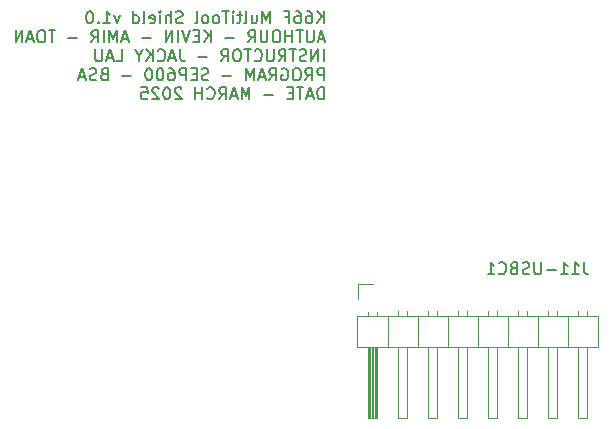
<source format=gbr>
%TF.GenerationSoftware,KiCad,Pcbnew,8.0.8*%
%TF.CreationDate,2025-03-25T01:40:29-04:00*%
%TF.ProjectId,SmartValvePCBv2,536d6172-7456-4616-9c76-655043427632,rev?*%
%TF.SameCoordinates,Original*%
%TF.FileFunction,Legend,Bot*%
%TF.FilePolarity,Positive*%
%FSLAX46Y46*%
G04 Gerber Fmt 4.6, Leading zero omitted, Abs format (unit mm)*
G04 Created by KiCad (PCBNEW 8.0.8) date 2025-03-25 01:40:29*
%MOMM*%
%LPD*%
G01*
G04 APERTURE LIST*
%ADD10C,0.150000*%
%ADD11C,0.120000*%
G04 APERTURE END LIST*
D10*
X163163220Y-72856043D02*
X163163220Y-71856043D01*
X162591792Y-72856043D02*
X163020363Y-72284614D01*
X162591792Y-71856043D02*
X163163220Y-72427471D01*
X161734649Y-71856043D02*
X161925125Y-71856043D01*
X161925125Y-71856043D02*
X162020363Y-71903662D01*
X162020363Y-71903662D02*
X162067982Y-71951281D01*
X162067982Y-71951281D02*
X162163220Y-72094138D01*
X162163220Y-72094138D02*
X162210839Y-72284614D01*
X162210839Y-72284614D02*
X162210839Y-72665566D01*
X162210839Y-72665566D02*
X162163220Y-72760804D01*
X162163220Y-72760804D02*
X162115601Y-72808424D01*
X162115601Y-72808424D02*
X162020363Y-72856043D01*
X162020363Y-72856043D02*
X161829887Y-72856043D01*
X161829887Y-72856043D02*
X161734649Y-72808424D01*
X161734649Y-72808424D02*
X161687030Y-72760804D01*
X161687030Y-72760804D02*
X161639411Y-72665566D01*
X161639411Y-72665566D02*
X161639411Y-72427471D01*
X161639411Y-72427471D02*
X161687030Y-72332233D01*
X161687030Y-72332233D02*
X161734649Y-72284614D01*
X161734649Y-72284614D02*
X161829887Y-72236995D01*
X161829887Y-72236995D02*
X162020363Y-72236995D01*
X162020363Y-72236995D02*
X162115601Y-72284614D01*
X162115601Y-72284614D02*
X162163220Y-72332233D01*
X162163220Y-72332233D02*
X162210839Y-72427471D01*
X160782268Y-71856043D02*
X160972744Y-71856043D01*
X160972744Y-71856043D02*
X161067982Y-71903662D01*
X161067982Y-71903662D02*
X161115601Y-71951281D01*
X161115601Y-71951281D02*
X161210839Y-72094138D01*
X161210839Y-72094138D02*
X161258458Y-72284614D01*
X161258458Y-72284614D02*
X161258458Y-72665566D01*
X161258458Y-72665566D02*
X161210839Y-72760804D01*
X161210839Y-72760804D02*
X161163220Y-72808424D01*
X161163220Y-72808424D02*
X161067982Y-72856043D01*
X161067982Y-72856043D02*
X160877506Y-72856043D01*
X160877506Y-72856043D02*
X160782268Y-72808424D01*
X160782268Y-72808424D02*
X160734649Y-72760804D01*
X160734649Y-72760804D02*
X160687030Y-72665566D01*
X160687030Y-72665566D02*
X160687030Y-72427471D01*
X160687030Y-72427471D02*
X160734649Y-72332233D01*
X160734649Y-72332233D02*
X160782268Y-72284614D01*
X160782268Y-72284614D02*
X160877506Y-72236995D01*
X160877506Y-72236995D02*
X161067982Y-72236995D01*
X161067982Y-72236995D02*
X161163220Y-72284614D01*
X161163220Y-72284614D02*
X161210839Y-72332233D01*
X161210839Y-72332233D02*
X161258458Y-72427471D01*
X159925125Y-72332233D02*
X160258458Y-72332233D01*
X160258458Y-72856043D02*
X160258458Y-71856043D01*
X160258458Y-71856043D02*
X159782268Y-71856043D01*
X158639410Y-72856043D02*
X158639410Y-71856043D01*
X158639410Y-71856043D02*
X158306077Y-72570328D01*
X158306077Y-72570328D02*
X157972744Y-71856043D01*
X157972744Y-71856043D02*
X157972744Y-72856043D01*
X157067982Y-72189376D02*
X157067982Y-72856043D01*
X157496553Y-72189376D02*
X157496553Y-72713185D01*
X157496553Y-72713185D02*
X157448934Y-72808424D01*
X157448934Y-72808424D02*
X157353696Y-72856043D01*
X157353696Y-72856043D02*
X157210839Y-72856043D01*
X157210839Y-72856043D02*
X157115601Y-72808424D01*
X157115601Y-72808424D02*
X157067982Y-72760804D01*
X156448934Y-72856043D02*
X156544172Y-72808424D01*
X156544172Y-72808424D02*
X156591791Y-72713185D01*
X156591791Y-72713185D02*
X156591791Y-71856043D01*
X156210838Y-72189376D02*
X155829886Y-72189376D01*
X156067981Y-71856043D02*
X156067981Y-72713185D01*
X156067981Y-72713185D02*
X156020362Y-72808424D01*
X156020362Y-72808424D02*
X155925124Y-72856043D01*
X155925124Y-72856043D02*
X155829886Y-72856043D01*
X155496552Y-72856043D02*
X155496552Y-72189376D01*
X155496552Y-71856043D02*
X155544171Y-71903662D01*
X155544171Y-71903662D02*
X155496552Y-71951281D01*
X155496552Y-71951281D02*
X155448933Y-71903662D01*
X155448933Y-71903662D02*
X155496552Y-71856043D01*
X155496552Y-71856043D02*
X155496552Y-71951281D01*
X155163219Y-71856043D02*
X154591791Y-71856043D01*
X154877505Y-72856043D02*
X154877505Y-71856043D01*
X154115600Y-72856043D02*
X154210838Y-72808424D01*
X154210838Y-72808424D02*
X154258457Y-72760804D01*
X154258457Y-72760804D02*
X154306076Y-72665566D01*
X154306076Y-72665566D02*
X154306076Y-72379852D01*
X154306076Y-72379852D02*
X154258457Y-72284614D01*
X154258457Y-72284614D02*
X154210838Y-72236995D01*
X154210838Y-72236995D02*
X154115600Y-72189376D01*
X154115600Y-72189376D02*
X153972743Y-72189376D01*
X153972743Y-72189376D02*
X153877505Y-72236995D01*
X153877505Y-72236995D02*
X153829886Y-72284614D01*
X153829886Y-72284614D02*
X153782267Y-72379852D01*
X153782267Y-72379852D02*
X153782267Y-72665566D01*
X153782267Y-72665566D02*
X153829886Y-72760804D01*
X153829886Y-72760804D02*
X153877505Y-72808424D01*
X153877505Y-72808424D02*
X153972743Y-72856043D01*
X153972743Y-72856043D02*
X154115600Y-72856043D01*
X153210838Y-72856043D02*
X153306076Y-72808424D01*
X153306076Y-72808424D02*
X153353695Y-72760804D01*
X153353695Y-72760804D02*
X153401314Y-72665566D01*
X153401314Y-72665566D02*
X153401314Y-72379852D01*
X153401314Y-72379852D02*
X153353695Y-72284614D01*
X153353695Y-72284614D02*
X153306076Y-72236995D01*
X153306076Y-72236995D02*
X153210838Y-72189376D01*
X153210838Y-72189376D02*
X153067981Y-72189376D01*
X153067981Y-72189376D02*
X152972743Y-72236995D01*
X152972743Y-72236995D02*
X152925124Y-72284614D01*
X152925124Y-72284614D02*
X152877505Y-72379852D01*
X152877505Y-72379852D02*
X152877505Y-72665566D01*
X152877505Y-72665566D02*
X152925124Y-72760804D01*
X152925124Y-72760804D02*
X152972743Y-72808424D01*
X152972743Y-72808424D02*
X153067981Y-72856043D01*
X153067981Y-72856043D02*
X153210838Y-72856043D01*
X152306076Y-72856043D02*
X152401314Y-72808424D01*
X152401314Y-72808424D02*
X152448933Y-72713185D01*
X152448933Y-72713185D02*
X152448933Y-71856043D01*
X151210837Y-72808424D02*
X151067980Y-72856043D01*
X151067980Y-72856043D02*
X150829885Y-72856043D01*
X150829885Y-72856043D02*
X150734647Y-72808424D01*
X150734647Y-72808424D02*
X150687028Y-72760804D01*
X150687028Y-72760804D02*
X150639409Y-72665566D01*
X150639409Y-72665566D02*
X150639409Y-72570328D01*
X150639409Y-72570328D02*
X150687028Y-72475090D01*
X150687028Y-72475090D02*
X150734647Y-72427471D01*
X150734647Y-72427471D02*
X150829885Y-72379852D01*
X150829885Y-72379852D02*
X151020361Y-72332233D01*
X151020361Y-72332233D02*
X151115599Y-72284614D01*
X151115599Y-72284614D02*
X151163218Y-72236995D01*
X151163218Y-72236995D02*
X151210837Y-72141757D01*
X151210837Y-72141757D02*
X151210837Y-72046519D01*
X151210837Y-72046519D02*
X151163218Y-71951281D01*
X151163218Y-71951281D02*
X151115599Y-71903662D01*
X151115599Y-71903662D02*
X151020361Y-71856043D01*
X151020361Y-71856043D02*
X150782266Y-71856043D01*
X150782266Y-71856043D02*
X150639409Y-71903662D01*
X150210837Y-72856043D02*
X150210837Y-71856043D01*
X149782266Y-72856043D02*
X149782266Y-72332233D01*
X149782266Y-72332233D02*
X149829885Y-72236995D01*
X149829885Y-72236995D02*
X149925123Y-72189376D01*
X149925123Y-72189376D02*
X150067980Y-72189376D01*
X150067980Y-72189376D02*
X150163218Y-72236995D01*
X150163218Y-72236995D02*
X150210837Y-72284614D01*
X149306075Y-72856043D02*
X149306075Y-72189376D01*
X149306075Y-71856043D02*
X149353694Y-71903662D01*
X149353694Y-71903662D02*
X149306075Y-71951281D01*
X149306075Y-71951281D02*
X149258456Y-71903662D01*
X149258456Y-71903662D02*
X149306075Y-71856043D01*
X149306075Y-71856043D02*
X149306075Y-71951281D01*
X148448933Y-72808424D02*
X148544171Y-72856043D01*
X148544171Y-72856043D02*
X148734647Y-72856043D01*
X148734647Y-72856043D02*
X148829885Y-72808424D01*
X148829885Y-72808424D02*
X148877504Y-72713185D01*
X148877504Y-72713185D02*
X148877504Y-72332233D01*
X148877504Y-72332233D02*
X148829885Y-72236995D01*
X148829885Y-72236995D02*
X148734647Y-72189376D01*
X148734647Y-72189376D02*
X148544171Y-72189376D01*
X148544171Y-72189376D02*
X148448933Y-72236995D01*
X148448933Y-72236995D02*
X148401314Y-72332233D01*
X148401314Y-72332233D02*
X148401314Y-72427471D01*
X148401314Y-72427471D02*
X148877504Y-72522709D01*
X147829885Y-72856043D02*
X147925123Y-72808424D01*
X147925123Y-72808424D02*
X147972742Y-72713185D01*
X147972742Y-72713185D02*
X147972742Y-71856043D01*
X147020361Y-72856043D02*
X147020361Y-71856043D01*
X147020361Y-72808424D02*
X147115599Y-72856043D01*
X147115599Y-72856043D02*
X147306075Y-72856043D01*
X147306075Y-72856043D02*
X147401313Y-72808424D01*
X147401313Y-72808424D02*
X147448932Y-72760804D01*
X147448932Y-72760804D02*
X147496551Y-72665566D01*
X147496551Y-72665566D02*
X147496551Y-72379852D01*
X147496551Y-72379852D02*
X147448932Y-72284614D01*
X147448932Y-72284614D02*
X147401313Y-72236995D01*
X147401313Y-72236995D02*
X147306075Y-72189376D01*
X147306075Y-72189376D02*
X147115599Y-72189376D01*
X147115599Y-72189376D02*
X147020361Y-72236995D01*
X145877503Y-72189376D02*
X145639408Y-72856043D01*
X145639408Y-72856043D02*
X145401313Y-72189376D01*
X144496551Y-72856043D02*
X145067979Y-72856043D01*
X144782265Y-72856043D02*
X144782265Y-71856043D01*
X144782265Y-71856043D02*
X144877503Y-71998900D01*
X144877503Y-71998900D02*
X144972741Y-72094138D01*
X144972741Y-72094138D02*
X145067979Y-72141757D01*
X144067979Y-72760804D02*
X144020360Y-72808424D01*
X144020360Y-72808424D02*
X144067979Y-72856043D01*
X144067979Y-72856043D02*
X144115598Y-72808424D01*
X144115598Y-72808424D02*
X144067979Y-72760804D01*
X144067979Y-72760804D02*
X144067979Y-72856043D01*
X143401313Y-71856043D02*
X143306075Y-71856043D01*
X143306075Y-71856043D02*
X143210837Y-71903662D01*
X143210837Y-71903662D02*
X143163218Y-71951281D01*
X143163218Y-71951281D02*
X143115599Y-72046519D01*
X143115599Y-72046519D02*
X143067980Y-72236995D01*
X143067980Y-72236995D02*
X143067980Y-72475090D01*
X143067980Y-72475090D02*
X143115599Y-72665566D01*
X143115599Y-72665566D02*
X143163218Y-72760804D01*
X143163218Y-72760804D02*
X143210837Y-72808424D01*
X143210837Y-72808424D02*
X143306075Y-72856043D01*
X143306075Y-72856043D02*
X143401313Y-72856043D01*
X143401313Y-72856043D02*
X143496551Y-72808424D01*
X143496551Y-72808424D02*
X143544170Y-72760804D01*
X143544170Y-72760804D02*
X143591789Y-72665566D01*
X143591789Y-72665566D02*
X143639408Y-72475090D01*
X143639408Y-72475090D02*
X143639408Y-72236995D01*
X143639408Y-72236995D02*
X143591789Y-72046519D01*
X143591789Y-72046519D02*
X143544170Y-71951281D01*
X143544170Y-71951281D02*
X143496551Y-71903662D01*
X143496551Y-71903662D02*
X143401313Y-71856043D01*
X163210839Y-74180272D02*
X162734649Y-74180272D01*
X163306077Y-74465987D02*
X162972744Y-73465987D01*
X162972744Y-73465987D02*
X162639411Y-74465987D01*
X162306077Y-73465987D02*
X162306077Y-74275510D01*
X162306077Y-74275510D02*
X162258458Y-74370748D01*
X162258458Y-74370748D02*
X162210839Y-74418368D01*
X162210839Y-74418368D02*
X162115601Y-74465987D01*
X162115601Y-74465987D02*
X161925125Y-74465987D01*
X161925125Y-74465987D02*
X161829887Y-74418368D01*
X161829887Y-74418368D02*
X161782268Y-74370748D01*
X161782268Y-74370748D02*
X161734649Y-74275510D01*
X161734649Y-74275510D02*
X161734649Y-73465987D01*
X161401315Y-73465987D02*
X160829887Y-73465987D01*
X161115601Y-74465987D02*
X161115601Y-73465987D01*
X160496553Y-74465987D02*
X160496553Y-73465987D01*
X160496553Y-73942177D02*
X159925125Y-73942177D01*
X159925125Y-74465987D02*
X159925125Y-73465987D01*
X159258458Y-73465987D02*
X159067982Y-73465987D01*
X159067982Y-73465987D02*
X158972744Y-73513606D01*
X158972744Y-73513606D02*
X158877506Y-73608844D01*
X158877506Y-73608844D02*
X158829887Y-73799320D01*
X158829887Y-73799320D02*
X158829887Y-74132653D01*
X158829887Y-74132653D02*
X158877506Y-74323129D01*
X158877506Y-74323129D02*
X158972744Y-74418368D01*
X158972744Y-74418368D02*
X159067982Y-74465987D01*
X159067982Y-74465987D02*
X159258458Y-74465987D01*
X159258458Y-74465987D02*
X159353696Y-74418368D01*
X159353696Y-74418368D02*
X159448934Y-74323129D01*
X159448934Y-74323129D02*
X159496553Y-74132653D01*
X159496553Y-74132653D02*
X159496553Y-73799320D01*
X159496553Y-73799320D02*
X159448934Y-73608844D01*
X159448934Y-73608844D02*
X159353696Y-73513606D01*
X159353696Y-73513606D02*
X159258458Y-73465987D01*
X158401315Y-73465987D02*
X158401315Y-74275510D01*
X158401315Y-74275510D02*
X158353696Y-74370748D01*
X158353696Y-74370748D02*
X158306077Y-74418368D01*
X158306077Y-74418368D02*
X158210839Y-74465987D01*
X158210839Y-74465987D02*
X158020363Y-74465987D01*
X158020363Y-74465987D02*
X157925125Y-74418368D01*
X157925125Y-74418368D02*
X157877506Y-74370748D01*
X157877506Y-74370748D02*
X157829887Y-74275510D01*
X157829887Y-74275510D02*
X157829887Y-73465987D01*
X156782268Y-74465987D02*
X157115601Y-73989796D01*
X157353696Y-74465987D02*
X157353696Y-73465987D01*
X157353696Y-73465987D02*
X156972744Y-73465987D01*
X156972744Y-73465987D02*
X156877506Y-73513606D01*
X156877506Y-73513606D02*
X156829887Y-73561225D01*
X156829887Y-73561225D02*
X156782268Y-73656463D01*
X156782268Y-73656463D02*
X156782268Y-73799320D01*
X156782268Y-73799320D02*
X156829887Y-73894558D01*
X156829887Y-73894558D02*
X156877506Y-73942177D01*
X156877506Y-73942177D02*
X156972744Y-73989796D01*
X156972744Y-73989796D02*
X157353696Y-73989796D01*
X155591791Y-74085034D02*
X154829887Y-74085034D01*
X153591791Y-74465987D02*
X153591791Y-73465987D01*
X153020363Y-74465987D02*
X153448934Y-73894558D01*
X153020363Y-73465987D02*
X153591791Y-74037415D01*
X152591791Y-73942177D02*
X152258458Y-73942177D01*
X152115601Y-74465987D02*
X152591791Y-74465987D01*
X152591791Y-74465987D02*
X152591791Y-73465987D01*
X152591791Y-73465987D02*
X152115601Y-73465987D01*
X151829886Y-73465987D02*
X151496553Y-74465987D01*
X151496553Y-74465987D02*
X151163220Y-73465987D01*
X150829886Y-74465987D02*
X150829886Y-73465987D01*
X150353696Y-74465987D02*
X150353696Y-73465987D01*
X150353696Y-73465987D02*
X149782268Y-74465987D01*
X149782268Y-74465987D02*
X149782268Y-73465987D01*
X148544172Y-74085034D02*
X147782268Y-74085034D01*
X146591791Y-74180272D02*
X146115601Y-74180272D01*
X146687029Y-74465987D02*
X146353696Y-73465987D01*
X146353696Y-73465987D02*
X146020363Y-74465987D01*
X145687029Y-74465987D02*
X145687029Y-73465987D01*
X145687029Y-73465987D02*
X145353696Y-74180272D01*
X145353696Y-74180272D02*
X145020363Y-73465987D01*
X145020363Y-73465987D02*
X145020363Y-74465987D01*
X144544172Y-74465987D02*
X144544172Y-73465987D01*
X143496554Y-74465987D02*
X143829887Y-73989796D01*
X144067982Y-74465987D02*
X144067982Y-73465987D01*
X144067982Y-73465987D02*
X143687030Y-73465987D01*
X143687030Y-73465987D02*
X143591792Y-73513606D01*
X143591792Y-73513606D02*
X143544173Y-73561225D01*
X143544173Y-73561225D02*
X143496554Y-73656463D01*
X143496554Y-73656463D02*
X143496554Y-73799320D01*
X143496554Y-73799320D02*
X143544173Y-73894558D01*
X143544173Y-73894558D02*
X143591792Y-73942177D01*
X143591792Y-73942177D02*
X143687030Y-73989796D01*
X143687030Y-73989796D02*
X144067982Y-73989796D01*
X142306077Y-74085034D02*
X141544173Y-74085034D01*
X140448934Y-73465987D02*
X139877506Y-73465987D01*
X140163220Y-74465987D02*
X140163220Y-73465987D01*
X139353696Y-73465987D02*
X139163220Y-73465987D01*
X139163220Y-73465987D02*
X139067982Y-73513606D01*
X139067982Y-73513606D02*
X138972744Y-73608844D01*
X138972744Y-73608844D02*
X138925125Y-73799320D01*
X138925125Y-73799320D02*
X138925125Y-74132653D01*
X138925125Y-74132653D02*
X138972744Y-74323129D01*
X138972744Y-74323129D02*
X139067982Y-74418368D01*
X139067982Y-74418368D02*
X139163220Y-74465987D01*
X139163220Y-74465987D02*
X139353696Y-74465987D01*
X139353696Y-74465987D02*
X139448934Y-74418368D01*
X139448934Y-74418368D02*
X139544172Y-74323129D01*
X139544172Y-74323129D02*
X139591791Y-74132653D01*
X139591791Y-74132653D02*
X139591791Y-73799320D01*
X139591791Y-73799320D02*
X139544172Y-73608844D01*
X139544172Y-73608844D02*
X139448934Y-73513606D01*
X139448934Y-73513606D02*
X139353696Y-73465987D01*
X138544172Y-74180272D02*
X138067982Y-74180272D01*
X138639410Y-74465987D02*
X138306077Y-73465987D01*
X138306077Y-73465987D02*
X137972744Y-74465987D01*
X137639410Y-74465987D02*
X137639410Y-73465987D01*
X137639410Y-73465987D02*
X137067982Y-74465987D01*
X137067982Y-74465987D02*
X137067982Y-73465987D01*
X163163220Y-76075931D02*
X163163220Y-75075931D01*
X162687030Y-76075931D02*
X162687030Y-75075931D01*
X162687030Y-75075931D02*
X162115602Y-76075931D01*
X162115602Y-76075931D02*
X162115602Y-75075931D01*
X161687030Y-76028312D02*
X161544173Y-76075931D01*
X161544173Y-76075931D02*
X161306078Y-76075931D01*
X161306078Y-76075931D02*
X161210840Y-76028312D01*
X161210840Y-76028312D02*
X161163221Y-75980692D01*
X161163221Y-75980692D02*
X161115602Y-75885454D01*
X161115602Y-75885454D02*
X161115602Y-75790216D01*
X161115602Y-75790216D02*
X161163221Y-75694978D01*
X161163221Y-75694978D02*
X161210840Y-75647359D01*
X161210840Y-75647359D02*
X161306078Y-75599740D01*
X161306078Y-75599740D02*
X161496554Y-75552121D01*
X161496554Y-75552121D02*
X161591792Y-75504502D01*
X161591792Y-75504502D02*
X161639411Y-75456883D01*
X161639411Y-75456883D02*
X161687030Y-75361645D01*
X161687030Y-75361645D02*
X161687030Y-75266407D01*
X161687030Y-75266407D02*
X161639411Y-75171169D01*
X161639411Y-75171169D02*
X161591792Y-75123550D01*
X161591792Y-75123550D02*
X161496554Y-75075931D01*
X161496554Y-75075931D02*
X161258459Y-75075931D01*
X161258459Y-75075931D02*
X161115602Y-75123550D01*
X160829887Y-75075931D02*
X160258459Y-75075931D01*
X160544173Y-76075931D02*
X160544173Y-75075931D01*
X159353697Y-76075931D02*
X159687030Y-75599740D01*
X159925125Y-76075931D02*
X159925125Y-75075931D01*
X159925125Y-75075931D02*
X159544173Y-75075931D01*
X159544173Y-75075931D02*
X159448935Y-75123550D01*
X159448935Y-75123550D02*
X159401316Y-75171169D01*
X159401316Y-75171169D02*
X159353697Y-75266407D01*
X159353697Y-75266407D02*
X159353697Y-75409264D01*
X159353697Y-75409264D02*
X159401316Y-75504502D01*
X159401316Y-75504502D02*
X159448935Y-75552121D01*
X159448935Y-75552121D02*
X159544173Y-75599740D01*
X159544173Y-75599740D02*
X159925125Y-75599740D01*
X158925125Y-75075931D02*
X158925125Y-75885454D01*
X158925125Y-75885454D02*
X158877506Y-75980692D01*
X158877506Y-75980692D02*
X158829887Y-76028312D01*
X158829887Y-76028312D02*
X158734649Y-76075931D01*
X158734649Y-76075931D02*
X158544173Y-76075931D01*
X158544173Y-76075931D02*
X158448935Y-76028312D01*
X158448935Y-76028312D02*
X158401316Y-75980692D01*
X158401316Y-75980692D02*
X158353697Y-75885454D01*
X158353697Y-75885454D02*
X158353697Y-75075931D01*
X157306078Y-75980692D02*
X157353697Y-76028312D01*
X157353697Y-76028312D02*
X157496554Y-76075931D01*
X157496554Y-76075931D02*
X157591792Y-76075931D01*
X157591792Y-76075931D02*
X157734649Y-76028312D01*
X157734649Y-76028312D02*
X157829887Y-75933073D01*
X157829887Y-75933073D02*
X157877506Y-75837835D01*
X157877506Y-75837835D02*
X157925125Y-75647359D01*
X157925125Y-75647359D02*
X157925125Y-75504502D01*
X157925125Y-75504502D02*
X157877506Y-75314026D01*
X157877506Y-75314026D02*
X157829887Y-75218788D01*
X157829887Y-75218788D02*
X157734649Y-75123550D01*
X157734649Y-75123550D02*
X157591792Y-75075931D01*
X157591792Y-75075931D02*
X157496554Y-75075931D01*
X157496554Y-75075931D02*
X157353697Y-75123550D01*
X157353697Y-75123550D02*
X157306078Y-75171169D01*
X157020363Y-75075931D02*
X156448935Y-75075931D01*
X156734649Y-76075931D02*
X156734649Y-75075931D01*
X155925125Y-75075931D02*
X155734649Y-75075931D01*
X155734649Y-75075931D02*
X155639411Y-75123550D01*
X155639411Y-75123550D02*
X155544173Y-75218788D01*
X155544173Y-75218788D02*
X155496554Y-75409264D01*
X155496554Y-75409264D02*
X155496554Y-75742597D01*
X155496554Y-75742597D02*
X155544173Y-75933073D01*
X155544173Y-75933073D02*
X155639411Y-76028312D01*
X155639411Y-76028312D02*
X155734649Y-76075931D01*
X155734649Y-76075931D02*
X155925125Y-76075931D01*
X155925125Y-76075931D02*
X156020363Y-76028312D01*
X156020363Y-76028312D02*
X156115601Y-75933073D01*
X156115601Y-75933073D02*
X156163220Y-75742597D01*
X156163220Y-75742597D02*
X156163220Y-75409264D01*
X156163220Y-75409264D02*
X156115601Y-75218788D01*
X156115601Y-75218788D02*
X156020363Y-75123550D01*
X156020363Y-75123550D02*
X155925125Y-75075931D01*
X154496554Y-76075931D02*
X154829887Y-75599740D01*
X155067982Y-76075931D02*
X155067982Y-75075931D01*
X155067982Y-75075931D02*
X154687030Y-75075931D01*
X154687030Y-75075931D02*
X154591792Y-75123550D01*
X154591792Y-75123550D02*
X154544173Y-75171169D01*
X154544173Y-75171169D02*
X154496554Y-75266407D01*
X154496554Y-75266407D02*
X154496554Y-75409264D01*
X154496554Y-75409264D02*
X154544173Y-75504502D01*
X154544173Y-75504502D02*
X154591792Y-75552121D01*
X154591792Y-75552121D02*
X154687030Y-75599740D01*
X154687030Y-75599740D02*
X155067982Y-75599740D01*
X153306077Y-75694978D02*
X152544173Y-75694978D01*
X151020363Y-75075931D02*
X151020363Y-75790216D01*
X151020363Y-75790216D02*
X151067982Y-75933073D01*
X151067982Y-75933073D02*
X151163220Y-76028312D01*
X151163220Y-76028312D02*
X151306077Y-76075931D01*
X151306077Y-76075931D02*
X151401315Y-76075931D01*
X150591791Y-75790216D02*
X150115601Y-75790216D01*
X150687029Y-76075931D02*
X150353696Y-75075931D01*
X150353696Y-75075931D02*
X150020363Y-76075931D01*
X149115601Y-75980692D02*
X149163220Y-76028312D01*
X149163220Y-76028312D02*
X149306077Y-76075931D01*
X149306077Y-76075931D02*
X149401315Y-76075931D01*
X149401315Y-76075931D02*
X149544172Y-76028312D01*
X149544172Y-76028312D02*
X149639410Y-75933073D01*
X149639410Y-75933073D02*
X149687029Y-75837835D01*
X149687029Y-75837835D02*
X149734648Y-75647359D01*
X149734648Y-75647359D02*
X149734648Y-75504502D01*
X149734648Y-75504502D02*
X149687029Y-75314026D01*
X149687029Y-75314026D02*
X149639410Y-75218788D01*
X149639410Y-75218788D02*
X149544172Y-75123550D01*
X149544172Y-75123550D02*
X149401315Y-75075931D01*
X149401315Y-75075931D02*
X149306077Y-75075931D01*
X149306077Y-75075931D02*
X149163220Y-75123550D01*
X149163220Y-75123550D02*
X149115601Y-75171169D01*
X148687029Y-76075931D02*
X148687029Y-75075931D01*
X148115601Y-76075931D02*
X148544172Y-75504502D01*
X148115601Y-75075931D02*
X148687029Y-75647359D01*
X147496553Y-75599740D02*
X147496553Y-76075931D01*
X147829886Y-75075931D02*
X147496553Y-75599740D01*
X147496553Y-75599740D02*
X147163220Y-75075931D01*
X145591791Y-76075931D02*
X146067981Y-76075931D01*
X146067981Y-76075931D02*
X146067981Y-75075931D01*
X145306076Y-75790216D02*
X144829886Y-75790216D01*
X145401314Y-76075931D02*
X145067981Y-75075931D01*
X145067981Y-75075931D02*
X144734648Y-76075931D01*
X144401314Y-75075931D02*
X144401314Y-75885454D01*
X144401314Y-75885454D02*
X144353695Y-75980692D01*
X144353695Y-75980692D02*
X144306076Y-76028312D01*
X144306076Y-76028312D02*
X144210838Y-76075931D01*
X144210838Y-76075931D02*
X144020362Y-76075931D01*
X144020362Y-76075931D02*
X143925124Y-76028312D01*
X143925124Y-76028312D02*
X143877505Y-75980692D01*
X143877505Y-75980692D02*
X143829886Y-75885454D01*
X143829886Y-75885454D02*
X143829886Y-75075931D01*
X163163220Y-77685875D02*
X163163220Y-76685875D01*
X163163220Y-76685875D02*
X162782268Y-76685875D01*
X162782268Y-76685875D02*
X162687030Y-76733494D01*
X162687030Y-76733494D02*
X162639411Y-76781113D01*
X162639411Y-76781113D02*
X162591792Y-76876351D01*
X162591792Y-76876351D02*
X162591792Y-77019208D01*
X162591792Y-77019208D02*
X162639411Y-77114446D01*
X162639411Y-77114446D02*
X162687030Y-77162065D01*
X162687030Y-77162065D02*
X162782268Y-77209684D01*
X162782268Y-77209684D02*
X163163220Y-77209684D01*
X161591792Y-77685875D02*
X161925125Y-77209684D01*
X162163220Y-77685875D02*
X162163220Y-76685875D01*
X162163220Y-76685875D02*
X161782268Y-76685875D01*
X161782268Y-76685875D02*
X161687030Y-76733494D01*
X161687030Y-76733494D02*
X161639411Y-76781113D01*
X161639411Y-76781113D02*
X161591792Y-76876351D01*
X161591792Y-76876351D02*
X161591792Y-77019208D01*
X161591792Y-77019208D02*
X161639411Y-77114446D01*
X161639411Y-77114446D02*
X161687030Y-77162065D01*
X161687030Y-77162065D02*
X161782268Y-77209684D01*
X161782268Y-77209684D02*
X162163220Y-77209684D01*
X160972744Y-76685875D02*
X160782268Y-76685875D01*
X160782268Y-76685875D02*
X160687030Y-76733494D01*
X160687030Y-76733494D02*
X160591792Y-76828732D01*
X160591792Y-76828732D02*
X160544173Y-77019208D01*
X160544173Y-77019208D02*
X160544173Y-77352541D01*
X160544173Y-77352541D02*
X160591792Y-77543017D01*
X160591792Y-77543017D02*
X160687030Y-77638256D01*
X160687030Y-77638256D02*
X160782268Y-77685875D01*
X160782268Y-77685875D02*
X160972744Y-77685875D01*
X160972744Y-77685875D02*
X161067982Y-77638256D01*
X161067982Y-77638256D02*
X161163220Y-77543017D01*
X161163220Y-77543017D02*
X161210839Y-77352541D01*
X161210839Y-77352541D02*
X161210839Y-77019208D01*
X161210839Y-77019208D02*
X161163220Y-76828732D01*
X161163220Y-76828732D02*
X161067982Y-76733494D01*
X161067982Y-76733494D02*
X160972744Y-76685875D01*
X159591792Y-76733494D02*
X159687030Y-76685875D01*
X159687030Y-76685875D02*
X159829887Y-76685875D01*
X159829887Y-76685875D02*
X159972744Y-76733494D01*
X159972744Y-76733494D02*
X160067982Y-76828732D01*
X160067982Y-76828732D02*
X160115601Y-76923970D01*
X160115601Y-76923970D02*
X160163220Y-77114446D01*
X160163220Y-77114446D02*
X160163220Y-77257303D01*
X160163220Y-77257303D02*
X160115601Y-77447779D01*
X160115601Y-77447779D02*
X160067982Y-77543017D01*
X160067982Y-77543017D02*
X159972744Y-77638256D01*
X159972744Y-77638256D02*
X159829887Y-77685875D01*
X159829887Y-77685875D02*
X159734649Y-77685875D01*
X159734649Y-77685875D02*
X159591792Y-77638256D01*
X159591792Y-77638256D02*
X159544173Y-77590636D01*
X159544173Y-77590636D02*
X159544173Y-77257303D01*
X159544173Y-77257303D02*
X159734649Y-77257303D01*
X158544173Y-77685875D02*
X158877506Y-77209684D01*
X159115601Y-77685875D02*
X159115601Y-76685875D01*
X159115601Y-76685875D02*
X158734649Y-76685875D01*
X158734649Y-76685875D02*
X158639411Y-76733494D01*
X158639411Y-76733494D02*
X158591792Y-76781113D01*
X158591792Y-76781113D02*
X158544173Y-76876351D01*
X158544173Y-76876351D02*
X158544173Y-77019208D01*
X158544173Y-77019208D02*
X158591792Y-77114446D01*
X158591792Y-77114446D02*
X158639411Y-77162065D01*
X158639411Y-77162065D02*
X158734649Y-77209684D01*
X158734649Y-77209684D02*
X159115601Y-77209684D01*
X158163220Y-77400160D02*
X157687030Y-77400160D01*
X158258458Y-77685875D02*
X157925125Y-76685875D01*
X157925125Y-76685875D02*
X157591792Y-77685875D01*
X157258458Y-77685875D02*
X157258458Y-76685875D01*
X157258458Y-76685875D02*
X156925125Y-77400160D01*
X156925125Y-77400160D02*
X156591792Y-76685875D01*
X156591792Y-76685875D02*
X156591792Y-77685875D01*
X155353696Y-77304922D02*
X154591792Y-77304922D01*
X153401315Y-77638256D02*
X153258458Y-77685875D01*
X153258458Y-77685875D02*
X153020363Y-77685875D01*
X153020363Y-77685875D02*
X152925125Y-77638256D01*
X152925125Y-77638256D02*
X152877506Y-77590636D01*
X152877506Y-77590636D02*
X152829887Y-77495398D01*
X152829887Y-77495398D02*
X152829887Y-77400160D01*
X152829887Y-77400160D02*
X152877506Y-77304922D01*
X152877506Y-77304922D02*
X152925125Y-77257303D01*
X152925125Y-77257303D02*
X153020363Y-77209684D01*
X153020363Y-77209684D02*
X153210839Y-77162065D01*
X153210839Y-77162065D02*
X153306077Y-77114446D01*
X153306077Y-77114446D02*
X153353696Y-77066827D01*
X153353696Y-77066827D02*
X153401315Y-76971589D01*
X153401315Y-76971589D02*
X153401315Y-76876351D01*
X153401315Y-76876351D02*
X153353696Y-76781113D01*
X153353696Y-76781113D02*
X153306077Y-76733494D01*
X153306077Y-76733494D02*
X153210839Y-76685875D01*
X153210839Y-76685875D02*
X152972744Y-76685875D01*
X152972744Y-76685875D02*
X152829887Y-76733494D01*
X152401315Y-77162065D02*
X152067982Y-77162065D01*
X151925125Y-77685875D02*
X152401315Y-77685875D01*
X152401315Y-77685875D02*
X152401315Y-76685875D01*
X152401315Y-76685875D02*
X151925125Y-76685875D01*
X151496553Y-77685875D02*
X151496553Y-76685875D01*
X151496553Y-76685875D02*
X151115601Y-76685875D01*
X151115601Y-76685875D02*
X151020363Y-76733494D01*
X151020363Y-76733494D02*
X150972744Y-76781113D01*
X150972744Y-76781113D02*
X150925125Y-76876351D01*
X150925125Y-76876351D02*
X150925125Y-77019208D01*
X150925125Y-77019208D02*
X150972744Y-77114446D01*
X150972744Y-77114446D02*
X151020363Y-77162065D01*
X151020363Y-77162065D02*
X151115601Y-77209684D01*
X151115601Y-77209684D02*
X151496553Y-77209684D01*
X150067982Y-76685875D02*
X150258458Y-76685875D01*
X150258458Y-76685875D02*
X150353696Y-76733494D01*
X150353696Y-76733494D02*
X150401315Y-76781113D01*
X150401315Y-76781113D02*
X150496553Y-76923970D01*
X150496553Y-76923970D02*
X150544172Y-77114446D01*
X150544172Y-77114446D02*
X150544172Y-77495398D01*
X150544172Y-77495398D02*
X150496553Y-77590636D01*
X150496553Y-77590636D02*
X150448934Y-77638256D01*
X150448934Y-77638256D02*
X150353696Y-77685875D01*
X150353696Y-77685875D02*
X150163220Y-77685875D01*
X150163220Y-77685875D02*
X150067982Y-77638256D01*
X150067982Y-77638256D02*
X150020363Y-77590636D01*
X150020363Y-77590636D02*
X149972744Y-77495398D01*
X149972744Y-77495398D02*
X149972744Y-77257303D01*
X149972744Y-77257303D02*
X150020363Y-77162065D01*
X150020363Y-77162065D02*
X150067982Y-77114446D01*
X150067982Y-77114446D02*
X150163220Y-77066827D01*
X150163220Y-77066827D02*
X150353696Y-77066827D01*
X150353696Y-77066827D02*
X150448934Y-77114446D01*
X150448934Y-77114446D02*
X150496553Y-77162065D01*
X150496553Y-77162065D02*
X150544172Y-77257303D01*
X149353696Y-76685875D02*
X149258458Y-76685875D01*
X149258458Y-76685875D02*
X149163220Y-76733494D01*
X149163220Y-76733494D02*
X149115601Y-76781113D01*
X149115601Y-76781113D02*
X149067982Y-76876351D01*
X149067982Y-76876351D02*
X149020363Y-77066827D01*
X149020363Y-77066827D02*
X149020363Y-77304922D01*
X149020363Y-77304922D02*
X149067982Y-77495398D01*
X149067982Y-77495398D02*
X149115601Y-77590636D01*
X149115601Y-77590636D02*
X149163220Y-77638256D01*
X149163220Y-77638256D02*
X149258458Y-77685875D01*
X149258458Y-77685875D02*
X149353696Y-77685875D01*
X149353696Y-77685875D02*
X149448934Y-77638256D01*
X149448934Y-77638256D02*
X149496553Y-77590636D01*
X149496553Y-77590636D02*
X149544172Y-77495398D01*
X149544172Y-77495398D02*
X149591791Y-77304922D01*
X149591791Y-77304922D02*
X149591791Y-77066827D01*
X149591791Y-77066827D02*
X149544172Y-76876351D01*
X149544172Y-76876351D02*
X149496553Y-76781113D01*
X149496553Y-76781113D02*
X149448934Y-76733494D01*
X149448934Y-76733494D02*
X149353696Y-76685875D01*
X148401315Y-76685875D02*
X148306077Y-76685875D01*
X148306077Y-76685875D02*
X148210839Y-76733494D01*
X148210839Y-76733494D02*
X148163220Y-76781113D01*
X148163220Y-76781113D02*
X148115601Y-76876351D01*
X148115601Y-76876351D02*
X148067982Y-77066827D01*
X148067982Y-77066827D02*
X148067982Y-77304922D01*
X148067982Y-77304922D02*
X148115601Y-77495398D01*
X148115601Y-77495398D02*
X148163220Y-77590636D01*
X148163220Y-77590636D02*
X148210839Y-77638256D01*
X148210839Y-77638256D02*
X148306077Y-77685875D01*
X148306077Y-77685875D02*
X148401315Y-77685875D01*
X148401315Y-77685875D02*
X148496553Y-77638256D01*
X148496553Y-77638256D02*
X148544172Y-77590636D01*
X148544172Y-77590636D02*
X148591791Y-77495398D01*
X148591791Y-77495398D02*
X148639410Y-77304922D01*
X148639410Y-77304922D02*
X148639410Y-77066827D01*
X148639410Y-77066827D02*
X148591791Y-76876351D01*
X148591791Y-76876351D02*
X148544172Y-76781113D01*
X148544172Y-76781113D02*
X148496553Y-76733494D01*
X148496553Y-76733494D02*
X148401315Y-76685875D01*
X146877505Y-77304922D02*
X146115601Y-77304922D01*
X144544172Y-77162065D02*
X144401315Y-77209684D01*
X144401315Y-77209684D02*
X144353696Y-77257303D01*
X144353696Y-77257303D02*
X144306077Y-77352541D01*
X144306077Y-77352541D02*
X144306077Y-77495398D01*
X144306077Y-77495398D02*
X144353696Y-77590636D01*
X144353696Y-77590636D02*
X144401315Y-77638256D01*
X144401315Y-77638256D02*
X144496553Y-77685875D01*
X144496553Y-77685875D02*
X144877505Y-77685875D01*
X144877505Y-77685875D02*
X144877505Y-76685875D01*
X144877505Y-76685875D02*
X144544172Y-76685875D01*
X144544172Y-76685875D02*
X144448934Y-76733494D01*
X144448934Y-76733494D02*
X144401315Y-76781113D01*
X144401315Y-76781113D02*
X144353696Y-76876351D01*
X144353696Y-76876351D02*
X144353696Y-76971589D01*
X144353696Y-76971589D02*
X144401315Y-77066827D01*
X144401315Y-77066827D02*
X144448934Y-77114446D01*
X144448934Y-77114446D02*
X144544172Y-77162065D01*
X144544172Y-77162065D02*
X144877505Y-77162065D01*
X143925124Y-77638256D02*
X143782267Y-77685875D01*
X143782267Y-77685875D02*
X143544172Y-77685875D01*
X143544172Y-77685875D02*
X143448934Y-77638256D01*
X143448934Y-77638256D02*
X143401315Y-77590636D01*
X143401315Y-77590636D02*
X143353696Y-77495398D01*
X143353696Y-77495398D02*
X143353696Y-77400160D01*
X143353696Y-77400160D02*
X143401315Y-77304922D01*
X143401315Y-77304922D02*
X143448934Y-77257303D01*
X143448934Y-77257303D02*
X143544172Y-77209684D01*
X143544172Y-77209684D02*
X143734648Y-77162065D01*
X143734648Y-77162065D02*
X143829886Y-77114446D01*
X143829886Y-77114446D02*
X143877505Y-77066827D01*
X143877505Y-77066827D02*
X143925124Y-76971589D01*
X143925124Y-76971589D02*
X143925124Y-76876351D01*
X143925124Y-76876351D02*
X143877505Y-76781113D01*
X143877505Y-76781113D02*
X143829886Y-76733494D01*
X143829886Y-76733494D02*
X143734648Y-76685875D01*
X143734648Y-76685875D02*
X143496553Y-76685875D01*
X143496553Y-76685875D02*
X143353696Y-76733494D01*
X142972743Y-77400160D02*
X142496553Y-77400160D01*
X143067981Y-77685875D02*
X142734648Y-76685875D01*
X142734648Y-76685875D02*
X142401315Y-77685875D01*
X163163220Y-79295819D02*
X163163220Y-78295819D01*
X163163220Y-78295819D02*
X162925125Y-78295819D01*
X162925125Y-78295819D02*
X162782268Y-78343438D01*
X162782268Y-78343438D02*
X162687030Y-78438676D01*
X162687030Y-78438676D02*
X162639411Y-78533914D01*
X162639411Y-78533914D02*
X162591792Y-78724390D01*
X162591792Y-78724390D02*
X162591792Y-78867247D01*
X162591792Y-78867247D02*
X162639411Y-79057723D01*
X162639411Y-79057723D02*
X162687030Y-79152961D01*
X162687030Y-79152961D02*
X162782268Y-79248200D01*
X162782268Y-79248200D02*
X162925125Y-79295819D01*
X162925125Y-79295819D02*
X163163220Y-79295819D01*
X162210839Y-79010104D02*
X161734649Y-79010104D01*
X162306077Y-79295819D02*
X161972744Y-78295819D01*
X161972744Y-78295819D02*
X161639411Y-79295819D01*
X161448934Y-78295819D02*
X160877506Y-78295819D01*
X161163220Y-79295819D02*
X161163220Y-78295819D01*
X160544172Y-78772009D02*
X160210839Y-78772009D01*
X160067982Y-79295819D02*
X160544172Y-79295819D01*
X160544172Y-79295819D02*
X160544172Y-78295819D01*
X160544172Y-78295819D02*
X160067982Y-78295819D01*
X158877505Y-78914866D02*
X158115601Y-78914866D01*
X156877505Y-79295819D02*
X156877505Y-78295819D01*
X156877505Y-78295819D02*
X156544172Y-79010104D01*
X156544172Y-79010104D02*
X156210839Y-78295819D01*
X156210839Y-78295819D02*
X156210839Y-79295819D01*
X155782267Y-79010104D02*
X155306077Y-79010104D01*
X155877505Y-79295819D02*
X155544172Y-78295819D01*
X155544172Y-78295819D02*
X155210839Y-79295819D01*
X154306077Y-79295819D02*
X154639410Y-78819628D01*
X154877505Y-79295819D02*
X154877505Y-78295819D01*
X154877505Y-78295819D02*
X154496553Y-78295819D01*
X154496553Y-78295819D02*
X154401315Y-78343438D01*
X154401315Y-78343438D02*
X154353696Y-78391057D01*
X154353696Y-78391057D02*
X154306077Y-78486295D01*
X154306077Y-78486295D02*
X154306077Y-78629152D01*
X154306077Y-78629152D02*
X154353696Y-78724390D01*
X154353696Y-78724390D02*
X154401315Y-78772009D01*
X154401315Y-78772009D02*
X154496553Y-78819628D01*
X154496553Y-78819628D02*
X154877505Y-78819628D01*
X153306077Y-79200580D02*
X153353696Y-79248200D01*
X153353696Y-79248200D02*
X153496553Y-79295819D01*
X153496553Y-79295819D02*
X153591791Y-79295819D01*
X153591791Y-79295819D02*
X153734648Y-79248200D01*
X153734648Y-79248200D02*
X153829886Y-79152961D01*
X153829886Y-79152961D02*
X153877505Y-79057723D01*
X153877505Y-79057723D02*
X153925124Y-78867247D01*
X153925124Y-78867247D02*
X153925124Y-78724390D01*
X153925124Y-78724390D02*
X153877505Y-78533914D01*
X153877505Y-78533914D02*
X153829886Y-78438676D01*
X153829886Y-78438676D02*
X153734648Y-78343438D01*
X153734648Y-78343438D02*
X153591791Y-78295819D01*
X153591791Y-78295819D02*
X153496553Y-78295819D01*
X153496553Y-78295819D02*
X153353696Y-78343438D01*
X153353696Y-78343438D02*
X153306077Y-78391057D01*
X152877505Y-79295819D02*
X152877505Y-78295819D01*
X152877505Y-78772009D02*
X152306077Y-78772009D01*
X152306077Y-79295819D02*
X152306077Y-78295819D01*
X151115600Y-78391057D02*
X151067981Y-78343438D01*
X151067981Y-78343438D02*
X150972743Y-78295819D01*
X150972743Y-78295819D02*
X150734648Y-78295819D01*
X150734648Y-78295819D02*
X150639410Y-78343438D01*
X150639410Y-78343438D02*
X150591791Y-78391057D01*
X150591791Y-78391057D02*
X150544172Y-78486295D01*
X150544172Y-78486295D02*
X150544172Y-78581533D01*
X150544172Y-78581533D02*
X150591791Y-78724390D01*
X150591791Y-78724390D02*
X151163219Y-79295819D01*
X151163219Y-79295819D02*
X150544172Y-79295819D01*
X149925124Y-78295819D02*
X149829886Y-78295819D01*
X149829886Y-78295819D02*
X149734648Y-78343438D01*
X149734648Y-78343438D02*
X149687029Y-78391057D01*
X149687029Y-78391057D02*
X149639410Y-78486295D01*
X149639410Y-78486295D02*
X149591791Y-78676771D01*
X149591791Y-78676771D02*
X149591791Y-78914866D01*
X149591791Y-78914866D02*
X149639410Y-79105342D01*
X149639410Y-79105342D02*
X149687029Y-79200580D01*
X149687029Y-79200580D02*
X149734648Y-79248200D01*
X149734648Y-79248200D02*
X149829886Y-79295819D01*
X149829886Y-79295819D02*
X149925124Y-79295819D01*
X149925124Y-79295819D02*
X150020362Y-79248200D01*
X150020362Y-79248200D02*
X150067981Y-79200580D01*
X150067981Y-79200580D02*
X150115600Y-79105342D01*
X150115600Y-79105342D02*
X150163219Y-78914866D01*
X150163219Y-78914866D02*
X150163219Y-78676771D01*
X150163219Y-78676771D02*
X150115600Y-78486295D01*
X150115600Y-78486295D02*
X150067981Y-78391057D01*
X150067981Y-78391057D02*
X150020362Y-78343438D01*
X150020362Y-78343438D02*
X149925124Y-78295819D01*
X149210838Y-78391057D02*
X149163219Y-78343438D01*
X149163219Y-78343438D02*
X149067981Y-78295819D01*
X149067981Y-78295819D02*
X148829886Y-78295819D01*
X148829886Y-78295819D02*
X148734648Y-78343438D01*
X148734648Y-78343438D02*
X148687029Y-78391057D01*
X148687029Y-78391057D02*
X148639410Y-78486295D01*
X148639410Y-78486295D02*
X148639410Y-78581533D01*
X148639410Y-78581533D02*
X148687029Y-78724390D01*
X148687029Y-78724390D02*
X149258457Y-79295819D01*
X149258457Y-79295819D02*
X148639410Y-79295819D01*
X147734648Y-78295819D02*
X148210838Y-78295819D01*
X148210838Y-78295819D02*
X148258457Y-78772009D01*
X148258457Y-78772009D02*
X148210838Y-78724390D01*
X148210838Y-78724390D02*
X148115600Y-78676771D01*
X148115600Y-78676771D02*
X147877505Y-78676771D01*
X147877505Y-78676771D02*
X147782267Y-78724390D01*
X147782267Y-78724390D02*
X147734648Y-78772009D01*
X147734648Y-78772009D02*
X147687029Y-78867247D01*
X147687029Y-78867247D02*
X147687029Y-79105342D01*
X147687029Y-79105342D02*
X147734648Y-79200580D01*
X147734648Y-79200580D02*
X147782267Y-79248200D01*
X147782267Y-79248200D02*
X147877505Y-79295819D01*
X147877505Y-79295819D02*
X148115600Y-79295819D01*
X148115600Y-79295819D02*
X148210838Y-79248200D01*
X148210838Y-79248200D02*
X148258457Y-79200580D01*
X185184761Y-93104819D02*
X185184761Y-93819104D01*
X185184761Y-93819104D02*
X185232380Y-93961961D01*
X185232380Y-93961961D02*
X185327618Y-94057200D01*
X185327618Y-94057200D02*
X185470475Y-94104819D01*
X185470475Y-94104819D02*
X185565713Y-94104819D01*
X184184761Y-94104819D02*
X184756189Y-94104819D01*
X184470475Y-94104819D02*
X184470475Y-93104819D01*
X184470475Y-93104819D02*
X184565713Y-93247676D01*
X184565713Y-93247676D02*
X184660951Y-93342914D01*
X184660951Y-93342914D02*
X184756189Y-93390533D01*
X183232380Y-94104819D02*
X183803808Y-94104819D01*
X183518094Y-94104819D02*
X183518094Y-93104819D01*
X183518094Y-93104819D02*
X183613332Y-93247676D01*
X183613332Y-93247676D02*
X183708570Y-93342914D01*
X183708570Y-93342914D02*
X183803808Y-93390533D01*
X182803808Y-93723866D02*
X182041904Y-93723866D01*
X181565713Y-93104819D02*
X181565713Y-93914342D01*
X181565713Y-93914342D02*
X181518094Y-94009580D01*
X181518094Y-94009580D02*
X181470475Y-94057200D01*
X181470475Y-94057200D02*
X181375237Y-94104819D01*
X181375237Y-94104819D02*
X181184761Y-94104819D01*
X181184761Y-94104819D02*
X181089523Y-94057200D01*
X181089523Y-94057200D02*
X181041904Y-94009580D01*
X181041904Y-94009580D02*
X180994285Y-93914342D01*
X180994285Y-93914342D02*
X180994285Y-93104819D01*
X180565713Y-94057200D02*
X180422856Y-94104819D01*
X180422856Y-94104819D02*
X180184761Y-94104819D01*
X180184761Y-94104819D02*
X180089523Y-94057200D01*
X180089523Y-94057200D02*
X180041904Y-94009580D01*
X180041904Y-94009580D02*
X179994285Y-93914342D01*
X179994285Y-93914342D02*
X179994285Y-93819104D01*
X179994285Y-93819104D02*
X180041904Y-93723866D01*
X180041904Y-93723866D02*
X180089523Y-93676247D01*
X180089523Y-93676247D02*
X180184761Y-93628628D01*
X180184761Y-93628628D02*
X180375237Y-93581009D01*
X180375237Y-93581009D02*
X180470475Y-93533390D01*
X180470475Y-93533390D02*
X180518094Y-93485771D01*
X180518094Y-93485771D02*
X180565713Y-93390533D01*
X180565713Y-93390533D02*
X180565713Y-93295295D01*
X180565713Y-93295295D02*
X180518094Y-93200057D01*
X180518094Y-93200057D02*
X180470475Y-93152438D01*
X180470475Y-93152438D02*
X180375237Y-93104819D01*
X180375237Y-93104819D02*
X180137142Y-93104819D01*
X180137142Y-93104819D02*
X179994285Y-93152438D01*
X179232380Y-93581009D02*
X179089523Y-93628628D01*
X179089523Y-93628628D02*
X179041904Y-93676247D01*
X179041904Y-93676247D02*
X178994285Y-93771485D01*
X178994285Y-93771485D02*
X178994285Y-93914342D01*
X178994285Y-93914342D02*
X179041904Y-94009580D01*
X179041904Y-94009580D02*
X179089523Y-94057200D01*
X179089523Y-94057200D02*
X179184761Y-94104819D01*
X179184761Y-94104819D02*
X179565713Y-94104819D01*
X179565713Y-94104819D02*
X179565713Y-93104819D01*
X179565713Y-93104819D02*
X179232380Y-93104819D01*
X179232380Y-93104819D02*
X179137142Y-93152438D01*
X179137142Y-93152438D02*
X179089523Y-93200057D01*
X179089523Y-93200057D02*
X179041904Y-93295295D01*
X179041904Y-93295295D02*
X179041904Y-93390533D01*
X179041904Y-93390533D02*
X179089523Y-93485771D01*
X179089523Y-93485771D02*
X179137142Y-93533390D01*
X179137142Y-93533390D02*
X179232380Y-93581009D01*
X179232380Y-93581009D02*
X179565713Y-93581009D01*
X177994285Y-94009580D02*
X178041904Y-94057200D01*
X178041904Y-94057200D02*
X178184761Y-94104819D01*
X178184761Y-94104819D02*
X178279999Y-94104819D01*
X178279999Y-94104819D02*
X178422856Y-94057200D01*
X178422856Y-94057200D02*
X178518094Y-93961961D01*
X178518094Y-93961961D02*
X178565713Y-93866723D01*
X178565713Y-93866723D02*
X178613332Y-93676247D01*
X178613332Y-93676247D02*
X178613332Y-93533390D01*
X178613332Y-93533390D02*
X178565713Y-93342914D01*
X178565713Y-93342914D02*
X178518094Y-93247676D01*
X178518094Y-93247676D02*
X178422856Y-93152438D01*
X178422856Y-93152438D02*
X178279999Y-93104819D01*
X178279999Y-93104819D02*
X178184761Y-93104819D01*
X178184761Y-93104819D02*
X178041904Y-93152438D01*
X178041904Y-93152438D02*
X177994285Y-93200057D01*
X177041904Y-94104819D02*
X177613332Y-94104819D01*
X177327618Y-94104819D02*
X177327618Y-93104819D01*
X177327618Y-93104819D02*
X177422856Y-93247676D01*
X177422856Y-93247676D02*
X177518094Y-93342914D01*
X177518094Y-93342914D02*
X177613332Y-93390533D01*
D11*
%TO.C,J11-USBC1*%
X165980000Y-97630000D02*
X165980000Y-100290000D01*
X165980000Y-100290000D02*
X186420000Y-100290000D01*
X166040000Y-94920000D02*
X167310000Y-94920000D01*
X166040000Y-96190000D02*
X166040000Y-94920000D01*
X166930000Y-97630000D02*
X166930000Y-97300000D01*
X166930000Y-106290000D02*
X166930000Y-100290000D01*
X166990000Y-106290000D02*
X166990000Y-100290000D01*
X167110000Y-106290000D02*
X167110000Y-100290000D01*
X167230000Y-106290000D02*
X167230000Y-100290000D01*
X167350000Y-106290000D02*
X167350000Y-100290000D01*
X167470000Y-106290000D02*
X167470000Y-100290000D01*
X167590000Y-106290000D02*
X167590000Y-100290000D01*
X167690000Y-97630000D02*
X167690000Y-97300000D01*
X167690000Y-100290000D02*
X167690000Y-106290000D01*
X167690000Y-106290000D02*
X166930000Y-106290000D01*
X168580000Y-100290000D02*
X168580000Y-97630000D01*
X169470000Y-97630000D02*
X169470000Y-97232929D01*
X169470000Y-106290000D02*
X169470000Y-100290000D01*
X170230000Y-97630000D02*
X170230000Y-97232929D01*
X170230000Y-100290000D02*
X170230000Y-106290000D01*
X170230000Y-106290000D02*
X169470000Y-106290000D01*
X171120000Y-100290000D02*
X171120000Y-97630000D01*
X172010000Y-97630000D02*
X172010000Y-97232929D01*
X172010000Y-106290000D02*
X172010000Y-100290000D01*
X172770000Y-97630000D02*
X172770000Y-97232929D01*
X172770000Y-100290000D02*
X172770000Y-106290000D01*
X172770000Y-106290000D02*
X172010000Y-106290000D01*
X173660000Y-100290000D02*
X173660000Y-97630000D01*
X174550000Y-97630000D02*
X174550000Y-97232929D01*
X174550000Y-106290000D02*
X174550000Y-100290000D01*
X175310000Y-97630000D02*
X175310000Y-97232929D01*
X175310000Y-100290000D02*
X175310000Y-106290000D01*
X175310000Y-106290000D02*
X174550000Y-106290000D01*
X176200000Y-100290000D02*
X176200000Y-97630000D01*
X177090000Y-97630000D02*
X177090000Y-97232929D01*
X177090000Y-106290000D02*
X177090000Y-100290000D01*
X177850000Y-97630000D02*
X177850000Y-97232929D01*
X177850000Y-100290000D02*
X177850000Y-106290000D01*
X177850000Y-106290000D02*
X177090000Y-106290000D01*
X178740000Y-100290000D02*
X178740000Y-97630000D01*
X179630000Y-97630000D02*
X179630000Y-97232929D01*
X179630000Y-106290000D02*
X179630000Y-100290000D01*
X180390000Y-97630000D02*
X180390000Y-97232929D01*
X180390000Y-100290000D02*
X180390000Y-106290000D01*
X180390000Y-106290000D02*
X179630000Y-106290000D01*
X181280000Y-100290000D02*
X181280000Y-97630000D01*
X182170000Y-97630000D02*
X182170000Y-97232929D01*
X182170000Y-106290000D02*
X182170000Y-100290000D01*
X182930000Y-97630000D02*
X182930000Y-97232929D01*
X182930000Y-100290000D02*
X182930000Y-106290000D01*
X182930000Y-106290000D02*
X182170000Y-106290000D01*
X183820000Y-100290000D02*
X183820000Y-97630000D01*
X184710000Y-97630000D02*
X184710000Y-97232929D01*
X184710000Y-106290000D02*
X184710000Y-100290000D01*
X185470000Y-97630000D02*
X185470000Y-97232929D01*
X185470000Y-100290000D02*
X185470000Y-106290000D01*
X185470000Y-106290000D02*
X184710000Y-106290000D01*
X186420000Y-97630000D02*
X165980000Y-97630000D01*
X186420000Y-100290000D02*
X186420000Y-97630000D01*
%TD*%
M02*

</source>
